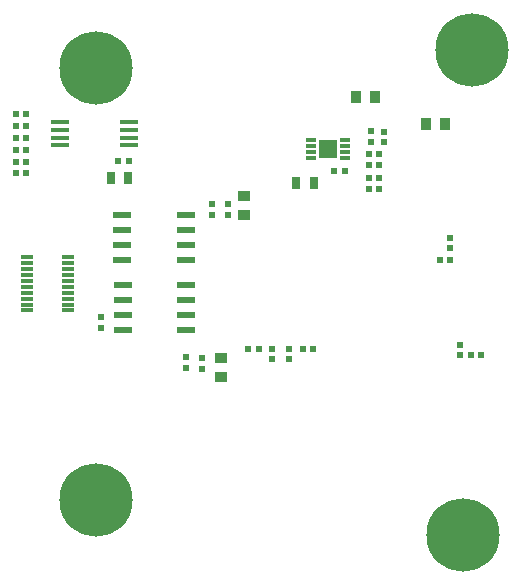
<source format=gbp>
G04*
G04 #@! TF.GenerationSoftware,Altium Limited,Altium Designer,21.6.4 (81)*
G04*
G04 Layer_Color=128*
%FSLAX44Y44*%
%MOMM*%
G71*
G04*
G04 #@! TF.SameCoordinates,2815C35D-ED33-4C73-AB2E-66417DBC4640*
G04*
G04*
G04 #@! TF.FilePolarity,Positive*
G04*
G01*
G75*
%ADD25R,0.6200X0.5700*%
%ADD31R,0.9500X1.0000*%
%ADD32R,1.0000X0.9500*%
%ADD33R,0.6200X0.6000*%
%ADD35R,0.6000X0.6200*%
%ADD82R,1.5000X0.4500*%
%ADD83R,1.5500X0.6000*%
%ADD84R,0.8500X0.3000*%
%ADD85R,1.6000X1.6000*%
%ADD86R,1.1000X0.3000*%
%ADD87R,0.8000X1.0000*%
%ADD88R,0.6000X0.5500*%
%ADD89C,6.2000*%
%ADD90R,0.5500X0.6000*%
G54D25*
X99000Y226250D02*
D03*
Y216650D02*
D03*
G54D31*
X374500Y389088D02*
D03*
X390500D02*
D03*
X331500Y412500D02*
D03*
X315500D02*
D03*
G54D32*
X200650Y174955D02*
D03*
Y190955D02*
D03*
X220624Y328550D02*
D03*
Y312550D02*
D03*
G54D33*
X193167D02*
D03*
Y321750D02*
D03*
X206778D02*
D03*
Y312550D02*
D03*
X184407Y191350D02*
D03*
Y182150D02*
D03*
X171518Y182500D02*
D03*
Y191700D02*
D03*
G54D35*
X113425Y358378D02*
D03*
X122625D02*
D03*
X306100Y349750D02*
D03*
X296900D02*
D03*
G54D82*
X64618Y390689D02*
D03*
X122618D02*
D03*
Y377689D02*
D03*
X64618Y371189D02*
D03*
Y377689D02*
D03*
Y384189D02*
D03*
X122618D02*
D03*
Y371189D02*
D03*
G54D83*
X171500Y215250D02*
D03*
Y240650D02*
D03*
X117500D02*
D03*
Y227950D02*
D03*
Y215250D02*
D03*
X171500Y227950D02*
D03*
Y253350D02*
D03*
X117500D02*
D03*
X171250Y274450D02*
D03*
X117250D02*
D03*
Y299850D02*
D03*
X171250Y312550D02*
D03*
Y299850D02*
D03*
Y287150D02*
D03*
X117250D02*
D03*
Y312550D02*
D03*
G54D84*
X276914Y360775D02*
D03*
Y365775D02*
D03*
Y370775D02*
D03*
Y375775D02*
D03*
X305914Y370775D02*
D03*
Y375775D02*
D03*
Y365775D02*
D03*
Y360775D02*
D03*
G54D85*
X291414Y368275D02*
D03*
G54D86*
X71500Y266500D02*
D03*
Y261500D02*
D03*
Y256500D02*
D03*
Y251500D02*
D03*
Y231500D02*
D03*
Y236500D02*
D03*
Y241500D02*
D03*
Y246500D02*
D03*
Y276500D02*
D03*
Y271500D02*
D03*
X36500D02*
D03*
Y276500D02*
D03*
Y246500D02*
D03*
Y241500D02*
D03*
Y236500D02*
D03*
Y231500D02*
D03*
Y251500D02*
D03*
Y256500D02*
D03*
Y261500D02*
D03*
Y266500D02*
D03*
G54D87*
X279500Y339500D02*
D03*
X264500D02*
D03*
X122500Y343710D02*
D03*
X107500D02*
D03*
G54D88*
X421000Y193594D02*
D03*
X412500D02*
D03*
X279005Y198941D02*
D03*
X270505D02*
D03*
X224129Y199191D02*
D03*
X232629D02*
D03*
X27250Y357460D02*
D03*
X35750D02*
D03*
X27250Y367710D02*
D03*
X35750D02*
D03*
X27285Y397960D02*
D03*
X35785D02*
D03*
X35750Y347460D02*
D03*
X27250D02*
D03*
X35750Y377710D02*
D03*
X27250D02*
D03*
X35750Y387710D02*
D03*
X27250D02*
D03*
X334750Y343750D02*
D03*
X326250D02*
D03*
X334750Y354236D02*
D03*
X326250D02*
D03*
Y334250D02*
D03*
X334750D02*
D03*
X326000Y363750D02*
D03*
X334500D02*
D03*
X394750Y274431D02*
D03*
X386250D02*
D03*
G54D89*
X95000Y71000D02*
D03*
X406000Y41000D02*
D03*
X413000Y452000D02*
D03*
X95000Y437000D02*
D03*
G54D90*
X243755Y190711D02*
D03*
Y199211D02*
D03*
X258755Y190441D02*
D03*
Y198941D02*
D03*
X338500Y382750D02*
D03*
Y374250D02*
D03*
X327500Y374500D02*
D03*
Y383000D02*
D03*
X394750Y284000D02*
D03*
Y292500D02*
D03*
X403000Y202094D02*
D03*
Y193594D02*
D03*
M02*

</source>
